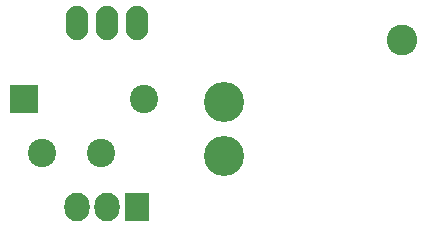
<source format=gbs>
G04 #@! TF.FileFunction,Soldermask,Bot*
%FSLAX46Y46*%
G04 Gerber Fmt 4.6, Leading zero omitted, Abs format (unit mm)*
G04 Created by KiCad (PCBNEW 4.0.2+e4-6225~38~ubuntu15.04.1-stable) date Wed 22 Jun 2016 12:25:28 PM PDT*
%MOMM*%
G01*
G04 APERTURE LIST*
%ADD10C,0.100000*%
%ADD11C,2.398980*%
%ADD12R,2.398980X2.398980*%
%ADD13O,1.901140X2.899360*%
%ADD14R,2.127200X2.432000*%
%ADD15O,2.127200X2.432000*%
%ADD16C,3.400000*%
%ADD17C,2.600000*%
G04 APERTURE END LIST*
D10*
D11*
X156160000Y-98997460D03*
D12*
X146000000Y-98997460D03*
D13*
X153000000Y-92510000D03*
X155540000Y-92510000D03*
X150460000Y-92510000D03*
D11*
X147500640Y-103500000D03*
X152501900Y-103500000D03*
D14*
X155540000Y-108130000D03*
D15*
X153000000Y-108130000D03*
X150460000Y-108130000D03*
D16*
X162910000Y-99209000D03*
X162910000Y-103809000D03*
D17*
X178000000Y-94000000D03*
M02*

</source>
